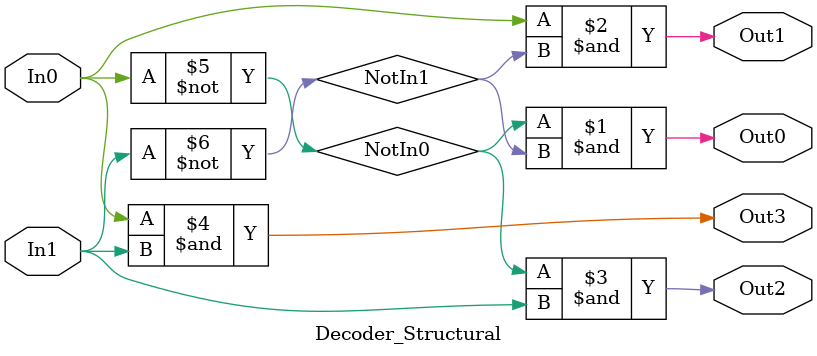
<source format=v>
module Decoder_Structural(Out0, Out1, Out2, Out3, In0, In1);

//input & output
output Out0, Out1, Out2, Out3; //4bit
input In0, In1; //2bit

wire NotIn0, NotIn1;

not not0 (NotIn0, In0);
not not1 (NotIn1, In1);

and and0 (Out0, NotIn0, NotIn1);
and and1 (Out1, In0, NotIn1);
and and2 (Out2, NotIn0, In1);
and and3 (Out3, In0, In1);

endmodule

</source>
